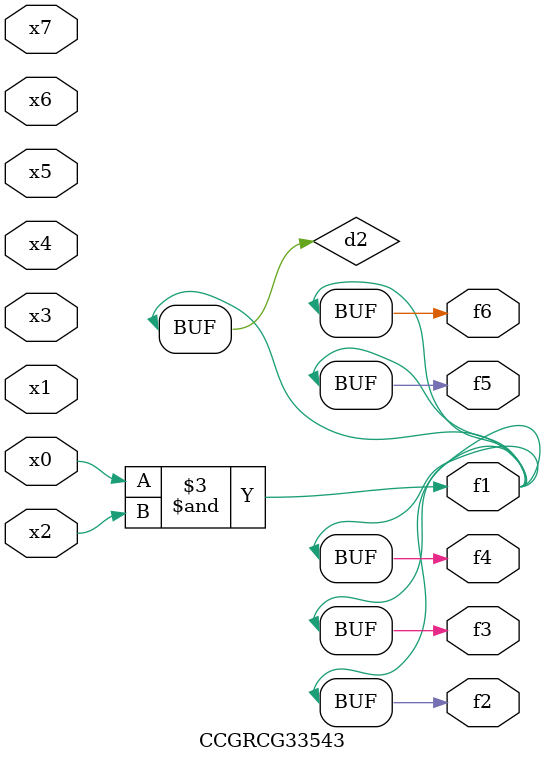
<source format=v>
module CCGRCG33543(
	input x0, x1, x2, x3, x4, x5, x6, x7,
	output f1, f2, f3, f4, f5, f6
);

	wire d1, d2;

	nor (d1, x3, x6);
	and (d2, x0, x2);
	assign f1 = d2;
	assign f2 = d2;
	assign f3 = d2;
	assign f4 = d2;
	assign f5 = d2;
	assign f6 = d2;
endmodule

</source>
